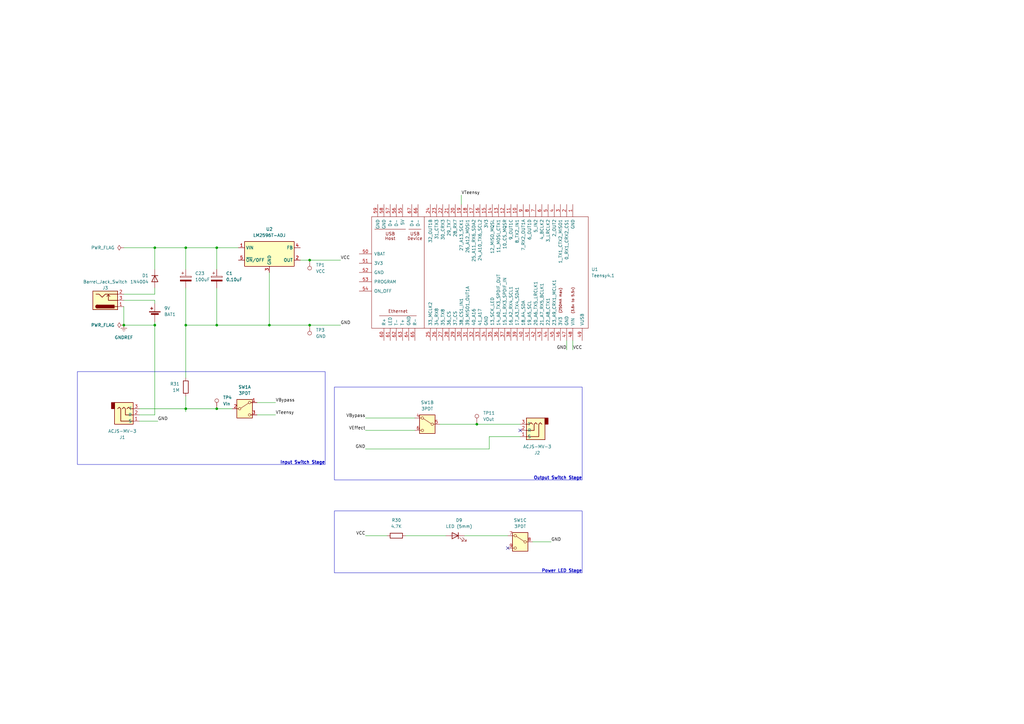
<source format=kicad_sch>
(kicad_sch (version 20230121) (generator eeschema)
  (paper "A3")
  (lib_symbols
    (symbol "Connector:Barrel_Jack_Switch" (pin_names hide)
      (property "Reference" "J" (at 0 5.334 0))
      (property "Value" "Barrel_Jack_Switch" (at 0 -5.08 0))
      (symbol "Barrel_Jack_Switch_0_1"
        (rectangle (start -5.08 3.81) (end 5.08 -3.81) (stroke (width 0.254)) (fill (type background)))
        (arc (start -3.302 3.175) (mid -3.9343 2.54) (end -3.302 1.905) (stroke (width 0.254)))
        (arc (start -3.302 3.175) (mid -3.9343 2.54) (end -3.302 1.905) (stroke (width 0.254)) (fill (type outline)))
        (polyline (pts (xy 1.27 -2.286) (xy 1.905 -1.651)) (stroke (width 0.254)))
        (polyline (pts (xy 5.08 2.54) (xy 3.81 2.54)) (stroke (width 0.254)))
        (polyline (pts (xy 5.08 0) (xy 1.27 0) (xy 1.27 -2.286) (xy 0.635 -1.651)) (stroke (width 0.254)))
        (polyline (pts (xy -3.81 -2.54) (xy -2.54 -2.54) (xy -1.27 -1.27) (xy 0 -2.54) (xy 2.54 -2.54) (xy 5.08 -2.54)) (stroke (width 0.254)))
        (rectangle (start 3.683 3.175) (end -3.302 1.905) (stroke (width 0.254)) (fill (type outline)))
      )
      (symbol "Barrel_Jack_Switch_1_1"
        (pin passive line (at 7.62 2.54 180) (length 2.54) (name "~") (number "1"))
        (pin passive line (at 7.62 -2.54 180) (length 2.54) (name "~") (number "2"))
        (pin passive line (at 7.62 0 180) (length 2.54) (name "~") (number "3"))
      )
    )
    (symbol "Connector:TestPoint" (pin_numbers hide) (pin_names (offset 0.762) hide)
      (property "Reference" "TP" (at 0 6.858 0))
      (property "Value" "TestPoint" (at 0 5.08 0))
      (symbol "TestPoint_0_1"
        (circle (center 0 3.302) (radius 0.762))
      )
      (symbol "TestPoint_1_1"
        (pin passive line (at 0 0 90) (length 2.54) (name "1") (number "1"))
      )
    )
    (symbol "CustomSymbols:AudioJack3"
      (property "Reference" "J4" (at -1.905 8.89 0))
      (property "Value" "ACJS-MV-3" (at -1.905 6.35 0))
      (symbol "AudioJack3_0_1"
        (rectangle (start -5.08 -5.08) (end -6.35 -2.54) (stroke (width 0.254)) (fill (type outline)))
        (polyline (pts (xy 0 -2.54) (xy 0.635 -3.175) (xy 1.27 -2.54) (xy 2.54 -2.54)) (stroke (width 0.254)))
        (polyline (pts (xy -1.905 -2.54) (xy -1.27 -3.175) (xy -0.635 -2.54) (xy -0.635 0) (xy 2.54 0)) (stroke (width 0.254)))
        (polyline (pts (xy 2.54 2.54) (xy -2.54 2.54) (xy -2.54 -2.54) (xy -3.175 -3.175) (xy -3.81 -2.54)) (stroke (width 0.254)))
        (rectangle (start 2.54 3.81) (end -5.08 -5.08) (stroke (width 0.254)) (fill (type background)))
      )
      (symbol "AudioJack3_1_1"
        (pin passive line (at 5.08 2.54 180) (length 2.54) (name "S") (number "1"))
        (pin passive line (at 5.08 0 180) (length 2.54) (name "R") (number "2"))
        (pin passive line (at 5.08 -2.54 180) (length 2.54) (name "T") (number "3"))
      )
    )
    (symbol "CustomSymbols:Switch_3PDT_THT"
      (property "Reference" "SW" (at 0 5.08 0))
      (property "Value" "3PDT" (at 0 -5.08 0))
      (symbol "Switch_3PDT_THT_0_0"
        (circle (center -2.032 0) (radius 0.508))
        (circle (center 2.032 -2.54) (radius 0.508))
      )
      (symbol "Switch_3PDT_THT_0_1"
        (rectangle (start -3.175 3.81) (end 3.175 -3.81) (stroke (width 0.254)) (fill (type background)))
        (polyline (pts (xy -1.524 0.254) (xy 1.5748 2.286)))
        (circle (center 2.032 2.54) (radius 0.508))
      )
      (symbol "Switch_3PDT_THT_1_1"
        (pin passive line (at 5.08 2.54 180) (length 2.54) (name "~") (number "1"))
        (pin passive line (at -5.08 0 0) (length 2.54) (name "~") (number "2"))
        (pin passive line (at 5.08 -2.54 180) (length 2.54) (name "~") (number "3"))
      )
      (symbol "Switch_3PDT_THT_2_0"
        (pin passive line (at 5.08 2.54 180) (length 2.54) (name "~") (number "4"))
        (pin passive line (at -5.08 0 0) (length 2.54) (name "~") (number "5"))
        (pin passive line (at 5.08 -2.54 180) (length 2.54) (name "~") (number "6"))
      )
      (symbol "Switch_3PDT_THT_3_0"
        (pin passive line (at 5.08 2.54 180) (length 2.54) (name "~") (number "7"))
        (pin passive line (at -5.08 0 0) (length 2.54) (name "~") (number "8"))
        (pin passive line (at 5.08 -2.54 180) (length 2.54) (name "~") (number "9"))
      )
    )
    (symbol "Device:Battery_Cell" (pin_numbers hide) (pin_names (offset 0) hide)
      (property "Reference" "BT" (at 2.54 2.54 0))
      (property "Value" "Battery_Cell" (at 2.54 0 0))
      (symbol "Battery_Cell_0_1"
        (rectangle (start -2.286 1.778) (end 2.286 1.524) (fill (type outline)))
        (rectangle (start -1.524 1.016) (end 1.524 0.508) (fill (type outline)))
        (polyline (pts (xy 0 0.762) (xy 0 0)))
        (polyline (pts (xy 0 1.778) (xy 0 2.54)))
        (polyline (pts (xy 0.762 3.048) (xy 1.778 3.048)) (stroke (width 0.254)))
        (polyline (pts (xy 1.27 3.556) (xy 1.27 2.54)) (stroke (width 0.254)))
      )
      (symbol "Battery_Cell_1_1"
        (pin passive line (at 0 5.08 270) (length 2.54) (name "+") (number "1"))
        (pin passive line (at 0 -2.54 90) (length 2.54) (name "-") (number "2"))
      )
    )
    (symbol "Device:C_Polarized" (pin_numbers hide) (pin_names (offset 0.254))
      (property "Reference" "C" (at 0.635 2.54 0))
      (property "Value" "C_Polarized" (at 0.635 -2.54 0))
      (symbol "C_Polarized_0_1"
        (rectangle (start -2.286 0.508) (end 2.286 1.016))
        (polyline (pts (xy -1.778 2.286) (xy -0.762 2.286)))
        (polyline (pts (xy -1.27 2.794) (xy -1.27 1.778)))
        (rectangle (start 2.286 -0.508) (end -2.286 -1.016) (fill (type outline)))
      )
      (symbol "C_Polarized_1_1"
        (pin passive line (at 0 3.81 270) (length 2.794) (name "~") (number "1"))
        (pin passive line (at 0 -3.81 90) (length 2.794) (name "~") (number "2"))
      )
    )
    (symbol "Device:D" (pin_numbers hide) (pin_names (offset 1.016) hide)
      (property "Reference" "D" (at 0 2.54 0))
      (property "Value" "D" (at 0 -2.54 0))
      (symbol "D_0_1"
        (polyline (pts (xy -1.27 1.27) (xy -1.27 -1.27)) (stroke (width 0.254)))
        (polyline (pts (xy 1.27 0) (xy -1.27 0)))
        (polyline (pts (xy 1.27 1.27) (xy 1.27 -1.27) (xy -1.27 0) (xy 1.27 1.27)) (stroke (width 0.254)))
      )
      (symbol "D_1_1"
        (pin passive line (at -3.81 0 0) (length 2.54) (name "K") (number "1"))
        (pin passive line (at 3.81 0 180) (length 2.54) (name "A") (number "2"))
      )
    )
    (symbol "Device:LED" (pin_numbers hide) (pin_names (offset 1.016) hide)
      (property "Reference" "D" (at 0 2.54 0))
      (property "Value" "LED" (at 0 -2.54 0))
      (symbol "LED_0_1"
        (polyline (pts (xy -1.27 -1.27) (xy -1.27 1.27)) (stroke (width 0.254)))
        (polyline (pts (xy -1.27 0) (xy 1.27 0)))
        (polyline (pts (xy 1.27 -1.27) (xy 1.27 1.27) (xy -1.27 0) (xy 1.27 -1.27)) (stroke (width 0.254)))
        (polyline (pts (xy -3.048 -0.762) (xy -4.572 -2.286) (xy -3.81 -2.286) (xy -4.572 -2.286) (xy -4.572 -1.524)))
        (polyline (pts (xy -1.778 -0.762) (xy -3.302 -2.286) (xy -2.54 -2.286) (xy -3.302 -2.286) (xy -3.302 -1.524)))
      )
      (symbol "LED_1_1"
        (pin passive line (at -3.81 0 0) (length 2.54) (name "K") (number "1"))
        (pin passive line (at 3.81 0 180) (length 2.54) (name "A") (number "2"))
      )
    )
    (symbol "Device:R" (pin_numbers hide) (pin_names (offset 0))
      (property "Reference" "R" (at 2.032 0 90))
      (property "Value" "R" (at 0 0 90))
      (symbol "R_0_1"
        (rectangle (start -1.016 -2.54) (end 1.016 2.54) (stroke (width 0.254)))
      )
      (symbol "R_1_1"
        (pin passive line (at 0 3.81 270) (length 1.27) (name "~") (number "1"))
        (pin passive line (at 0 -3.81 90) (length 1.27) (name "~") (number "2"))
      )
    )
    (symbol "Regulator_Switching:LM2596T-ADJ"
      (property "Reference" "U" (at -10.16 6.35 0))
      (property "Value" "LM2596T-ADJ" (at 0 6.35 0))
      (symbol "LM2596T-ADJ_0_1"
        (rectangle (start -10.16 5.08) (end 10.16 -5.08) (stroke (width 0.254)) (fill (type background)))
      )
      (symbol "LM2596T-ADJ_1_1"
        (pin power_in line (at -12.7 2.54 0) (length 2.54) (name "VIN") (number "1"))
        (pin output line (at 12.7 -2.54 180) (length 2.54) (name "OUT") (number "2"))
        (pin power_in line (at 0 -7.62 90) (length 2.54) (name "GND") (number "3"))
        (pin input line (at 12.7 2.54 180) (length 2.54) (name "FB") (number "4"))
        (pin input line (at -12.7 -2.54 0) (length 2.54) (name "~{ON}/OFF") (number "5"))
      )
    )
    (symbol "power:GNDREF" (power) (pin_names (offset 0) hide)
      (property "Value" "GNDREF" (at 0 -3.81 0))
      (symbol "GNDREF_0_1"
        (polyline (pts (xy -0.635 -1.905) (xy 0.635 -1.905)))
        (polyline (pts (xy -0.127 -2.54) (xy 0.127 -2.54)))
        (polyline (pts (xy 0 -1.27) (xy 0 0)))
        (polyline (pts (xy 1.27 -1.27) (xy -1.27 -1.27)))
      )
      (symbol "GNDREF_1_1"
        (pin power_in line (at 0 0 270) (length 0) hide (name "GNDREF") (number "1"))
      )
    )
    (symbol "power:PWR_FLAG" (power) (pin_numbers hide) (pin_names (offset 0) hide)
      (property "Value" "PWR_FLAG" (at 0 3.81 0))
      (symbol "PWR_FLAG_0_0"
        (pin power_out line (at 0 0 90) (length 0) (name "pwr") (number "1"))
      )
      (symbol "PWR_FLAG_0_1"
        (polyline (pts (xy 0 0) (xy 0 1.27) (xy -1.016 1.905) (xy 0 2.54) (xy 1.016 1.905) (xy 0 1.27)))
      )
    )
    (symbol "teensy:Teensy4.1" (pin_names (offset 1.016))
      (property "Reference" "U" (at 0 64.77 0))
      (property "Value" "Teensy4.1" (at 0 62.23 0))
      (symbol "Teensy4.1_0_0"
        (polyline (pts (xy -22.86 -6.35) (xy 22.86 -6.35)))
        (polyline (pts (xy -17.78 -26.67) (xy -17.78 -13.97)))
        (polyline (pts (xy -17.78 -7.62) (xy -17.78 -12.7)))
        (polyline (pts (xy 17.78 -9.525) (xy 17.78 -24.765)))
        (text "(250mA max)" (at 11.43 49.53 0) (effects (font (size 1.016 1.016))))
        (text "(3.6v to 5.5v)" (at 11.43 54.61 0) (effects (font (size 1.016 1.016))))
        (text "Device" (at -13.97 -10.16 900) (effects (font (size 1.27 1.27))))
        (text "Ethernet" (at 15.875 -17.145 900) (effects (font (size 1.27 1.27))))
        (text "Host" (at -13.97 -20.32 900) (effects (font (size 1.27 1.27))))
        (text "USB" (at -15.875 -20.32 900) (effects (font (size 1.27 1.27))))
        (text "USB" (at -15.875 -10.16 900) (effects (font (size 1.27 1.27))))
        (pin bidirectional line (at -27.94 31.75 0) (length 5.08) (name "8_TX2_IN1") (number "10"))
        (pin bidirectional line (at -27.94 29.21 0) (length 5.08) (name "9_OUT1C") (number "11"))
        (pin bidirectional line (at -27.94 26.67 0) (length 5.08) (name "10_CS_MQSR") (number "12"))
        (pin bidirectional line (at -27.94 24.13 0) (length 5.08) (name "11_MOSI_CTX1") (number "13"))
        (pin bidirectional line (at -27.94 21.59 0) (length 5.08) (name "12_MISO_MQSL") (number "14"))
        (pin power_in line (at -27.94 19.05 0) (length 5.08) (name "3V3") (number "15"))
        (pin bidirectional line (at -27.94 16.51 0) (length 5.08) (name "24_A10_TX6_SCL2") (number "16"))
        (pin bidirectional line (at -27.94 13.97 0) (length 5.08) (name "25_A11_RX6_SDA2") (number "17"))
        (pin bidirectional line (at -27.94 11.43 0) (length 5.08) (name "26_A12_MOSI1") (number "18"))
        (pin bidirectional line (at -27.94 8.89 0) (length 5.08) (name "27_A13_SCK1") (number "19"))
        (pin bidirectional line (at -27.94 6.35 0) (length 5.08) (name "28_RX7") (number "20"))
        (pin bidirectional line (at -27.94 3.81 0) (length 5.08) (name "29_TX7") (number "21"))
        (pin bidirectional line (at -27.94 1.27 0) (length 5.08) (name "30_CRX3") (number "22"))
        (pin bidirectional line (at -27.94 -1.27 0) (length 5.08) (name "31_CTX3") (number "23"))
        (pin bidirectional line (at -27.94 -3.81 0) (length 5.08) (name "32_OUT1B") (number "24"))
        (pin bidirectional line (at 27.94 -3.81 180) (length 5.08) (name "33_MCLK2") (number "25"))
        (pin bidirectional line (at 27.94 -1.27 180) (length 5.08) (name "34_RX8") (number "26"))
        (pin bidirectional line (at 27.94 1.27 180) (length 5.08) (name "35_TX8") (number "27"))
        (pin bidirectional line (at 27.94 3.81 180) (length 5.08) (name "36_CS") (number "28"))
        (pin bidirectional line (at 27.94 6.35 180) (length 5.08) (name "37_CS") (number "29"))
        (pin bidirectional line (at 27.94 8.89 180) (length 5.08) (name "38_CS1_IN1") (number "30"))
        (pin bidirectional line (at 27.94 11.43 180) (length 5.08) (name "39_MISO1_OUT1A") (number "31"))
        (pin bidirectional line (at 27.94 13.97 180) (length 5.08) (name "40_A16") (number "32"))
        (pin bidirectional line (at 27.94 16.51 180) (length 5.08) (name "41_A17") (number "33"))
        (pin bidirectional line (at 27.94 21.59 180) (length 5.08) (name "13_SCK_LED") (number "35"))
        (pin bidirectional line (at 27.94 24.13 180) (length 5.08) (name "14_A0_TX3_SPDIF_OUT") (number "36"))
        (pin bidirectional line (at 27.94 26.67 180) (length 5.08) (name "15_A1_RX3_SPDIF_IN") (number "37"))
        (pin bidirectional line (at 27.94 29.21 180) (length 5.08) (name "16_A2_RX4_SCL1") (number "38"))
        (pin bidirectional line (at 27.94 31.75 180) (length 5.08) (name "17_A3_TX4_SDA1") (number "39"))
        (pin bidirectional line (at 27.94 34.29 180) (length 5.08) (name "18_A4_SDA") (number "40"))
        (pin bidirectional line (at 27.94 36.83 180) (length 5.08) (name "19_A5_SCL") (number "41"))
        (pin bidirectional line (at 27.94 39.37 180) (length 5.08) (name "20_A6_TX5_LRCLK1") (number "42"))
        (pin bidirectional line (at 27.94 41.91 180) (length 5.08) (name "21_A7_RX5_BCLK1") (number "43"))
        (pin bidirectional line (at 27.94 44.45 180) (length 5.08) (name "22_A8_CTX1") (number "44"))
        (pin bidirectional line (at 27.94 46.99 180) (length 5.08) (name "23_A9_CRX1_MCLK1") (number "45"))
        (pin output line (at 27.94 49.53 180) (length 5.08) (name "3V3") (number "46"))
        (pin output line (at 27.94 52.07 180) (length 5.08) (name "GND") (number "47"))
        (pin power_in line (at 27.94 54.61 180) (length 5.08) (name "VIN") (number "48"))
        (pin power_out line (at 27.94 58.42 180) (length 5.08) (name "VUSB") (number "49"))
        (pin bidirectional line (at -27.94 44.45 0) (length 5.08) (name "3_LRCLK2") (number "5"))
        (pin power_in line (at -7.62 -33.02 90) (length 5.08) (name "VBAT") (number "50"))
        (pin power_in line (at -3.81 -33.02 90) (length 5.08) (name "3V3") (number "51"))
        (pin input line (at 0 -33.02 90) (length 5.08) (name "GND") (number "52"))
        (pin input line (at 3.81 -33.02 90) (length 5.08) (name "PROGRAM") (number "53"))
        (pin input line (at 7.62 -33.02 90) (length 5.08) (name "ON_OFF") (number "54"))
        (pin power_out line (at -27.94 -15.24 0) (length 5.08) (name "5V") (number "55"))
        (pin bidirectional line (at -27.94 -17.78 0) (length 5.08) (name "D-") (number "56"))
        (pin bidirectional line (at -27.94 -20.32 0) (length 5.08) (name "D+") (number "57"))
        (pin power_in line (at -27.94 -22.86 0) (length 5.08) (name "GND") (number "58"))
        (pin power_in line (at -27.94 -25.4 0) (length 5.08) (name "GND") (number "59"))
        (pin bidirectional line (at -27.94 41.91 0) (length 5.08) (name "4_BCLK2") (number "6"))
        (pin bidirectional line (at 27.94 -22.86 180) (length 5.08) (name "R+") (number "60"))
        (pin bidirectional line (at 27.94 -20.32 180) (length 5.08) (name "LED") (number "61"))
        (pin bidirectional line (at 27.94 -17.78 180) (length 5.08) (name "T-") (number "62"))
        (pin bidirectional line (at 27.94 -15.24 180) (length 5.08) (name "T+") (number "63"))
        (pin power_in line (at 27.94 -12.7 180) (length 5.08) (name "GND") (number "64"))
        (pin bidirectional line (at 27.94 -10.16 180) (length 5.08) (name "R-") (number "65"))
        (pin bidirectional line (at -27.94 -8.89 0) (length 5.08) (name "D-") (number "66"))
        (pin bidirectional line (at -27.94 -11.43 0) (length 5.08) (name "D+") (number "67"))
        (pin bidirectional line (at -27.94 39.37 0) (length 5.08) (name "5_IN2") (number "7"))
        (pin bidirectional line (at -27.94 36.83 0) (length 5.08) (name "6_OUT1D") (number "8"))
        (pin bidirectional line (at -27.94 34.29 0) (length 5.08) (name "7_RX2_OUT1A") (number "9"))
      )
      (symbol "Teensy4.1_0_1"
        (rectangle (start -22.86 60.96) (end 22.86 -27.94))
        (rectangle (start -20.32 -1.27) (end -20.32 -1.27))
      )
      (symbol "Teensy4.1_1_1"
        (pin power_in line (at -27.94 54.61 0) (length 5.08) (name "GND") (number "1"))
        (pin bidirectional line (at -27.94 52.07 0) (length 5.08) (name "0_RX1_CRX2_CS1") (number "2"))
        (pin bidirectional line (at -27.94 49.53 0) (length 5.08) (name "1_TX1_CTX2_MISO1") (number "3"))
        (pin power_in line (at 27.94 19.05 180) (length 5.08) (name "GND") (number "34"))
        (pin bidirectional line (at -27.94 46.99 0) (length 5.08) (name "2_OUT2") (number "4"))
      )
    )
  )
  (junction (at 63.5 133.35))
  (junction (at 88.9 101.6))
  (junction (at 50.8 133.35))
  (junction (at 76.2 167.64))
  (junction (at 127 106.68))
  (junction (at 195.58 173.99))
  (junction (at 127 133.35))
  (junction (at 88.9 167.64))
  (junction (at 88.9 133.35))
  (junction (at 110.49 133.35))
  (junction (at 63.5 101.6))
  (junction (at 76.2 101.6))
  (junction (at 76.2 133.35))
  (no_connect (at 213.36 176.53))
  (no_connect (at 208.28 224.79))
  (wire (pts (xy 110.49 111.76) (xy 110.49 133.35)))
  (wire (pts (xy 88.9 167.64) (xy 95.25 167.64)))
  (wire (pts (xy 57.15 170.18) (xy 63.5 170.18)))
  (wire (pts (xy 63.5 101.6) (xy 76.2 101.6)))
  (wire (pts (xy 127 106.68) (xy 139.7 106.68)))
  (wire (pts (xy 105.41 170.18) (xy 113.03 170.18)))
  (wire (pts (xy 200.66 179.07) (xy 213.36 179.07)))
  (wire (pts (xy 63.5 120.65) (xy 63.5 118.11)))
  (wire (pts (xy 234.95 139.7) (xy 234.95 143.51)))
  (wire (pts (xy 149.86 171.45) (xy 170.18 171.45)))
  (wire (pts (xy 76.2 133.35) (xy 76.2 154.94)))
  (wire (pts (xy 123.19 106.68) (xy 127 106.68)))
  (wire (pts (xy 76.2 101.6) (xy 76.2 110.49)))
  (wire (pts (xy 113.03 165.1) (xy 105.41 165.1)))
  (wire (pts (xy 63.5 132.08) (xy 63.5 133.35)))
  (wire (pts (xy 88.9 101.6) (xy 88.9 110.49)))
  (wire (pts (xy 63.5 123.19) (xy 63.5 124.46)))
  (wire (pts (xy 76.2 168.91) (xy 76.2 167.64)))
  (wire (pts (xy 76.2 118.11) (xy 76.2 133.35)))
  (wire (pts (xy 149.86 184.15) (xy 200.66 184.15)))
  (wire (pts (xy 63.5 133.35) (xy 63.5 170.18)))
  (wire (pts (xy 76.2 133.35) (xy 88.9 133.35)))
  (wire (pts (xy 226.06 222.25) (xy 218.44 222.25)))
  (wire (pts (xy 189.23 80.01) (xy 189.23 83.82)))
  (wire (pts (xy 50.8 133.35) (xy 63.5 133.35)))
  (wire (pts (xy 57.15 167.64) (xy 76.2 167.64)))
  (wire (pts (xy 88.9 101.6) (xy 97.79 101.6)))
  (wire (pts (xy 50.8 120.65) (xy 63.5 120.65)))
  (wire (pts (xy 149.86 219.71) (xy 158.75 219.71)))
  (wire (pts (xy 76.2 167.64) (xy 88.9 167.64)))
  (wire (pts (xy 200.66 184.15) (xy 200.66 179.07)))
  (wire (pts (xy 190.5 219.71) (xy 208.28 219.71)))
  (wire (pts (xy 76.2 101.6) (xy 88.9 101.6)))
  (wire (pts (xy 110.49 133.35) (xy 127 133.35)))
  (wire (pts (xy 63.5 110.49) (xy 63.5 101.6)))
  (wire (pts (xy 57.15 172.72) (xy 64.77 172.72)))
  (wire (pts (xy 76.2 162.56) (xy 76.2 167.64)))
  (wire (pts (xy 50.8 123.19) (xy 63.5 123.19)))
  (wire (pts (xy 127 133.35) (xy 139.7 133.35)))
  (wire (pts (xy 88.9 118.11) (xy 88.9 133.35)))
  (wire (pts (xy 195.58 173.99) (xy 213.36 173.99)))
  (wire (pts (xy 166.37 219.71) (xy 182.88 219.71)))
  (wire (pts (xy 149.86 176.53) (xy 170.18 176.53)))
  (wire (pts (xy 180.34 173.99) (xy 195.58 173.99)))
  (wire (pts (xy 50.8 125.73) (xy 50.8 133.35)))
  (wire (pts (xy 50.8 101.6) (xy 63.5 101.6)))
  (wire (pts (xy 232.41 139.7) (xy 232.41 143.51)))
  (wire (pts (xy 88.9 133.35) (xy 110.49 133.35)))
  (rectangle (start 137.16 158.75) (end 238.76 196.85))
  (rectangle (start 137.16 209.55) (end 238.76 234.95))
  (rectangle (start 31.75 152.4) (end 133.35 190.5))
  (text "Output Switch Stage" (at 238.76 196.85 0) (effects (font (size 1.27 1.27) (thickness 0.254) bold) (justify right bottom)))
  (text "Power LED Stage" (at 238.76 234.95 0) (effects (font (size 1.27 1.27) bold) (justify right bottom)))
  (text "Input Switch Stage" (at 133.35 190.5 0) (effects (font (size 1.27 1.27) (thickness 0.254) bold) (justify right bottom)))
  (label "VBypass" (at 149.86 171.45 180))
  (label "VBypass" (at 113.03 165.1 0))
  (label "GND" (at 139.7 133.35 0))
  (label "VTeensy" (at 113.03 170.18 0))
  (label "GND" (at 226.06 222.25 0))
  (label "VEffect" (at 149.86 176.53 180))
  (label "VCC" (at 139.7 106.68 0))
  (label "GND" (at 64.77 172.72 0))
  (label "VTeensy" (at 189.23 80.01 0))
  (label "VCC" (at 149.86 219.71 180))
  (label "GND" (at 149.86 184.15 180))
  (label "VCC" (at 234.95 143.51 0))
  (label "GND" (at 232.41 143.51 180))
  (symbol (lib_id "CustomSymbols:AudioJack3") (at 218.44 176.53 180) (unit 1)
    (property "Reference" "J2" (at 220.345 185.7279 0))
    (property "Value" "ACJS-MV-3" (at 220.345 183.1879 0))
    (property "Footprint" "Connector_JST:JST_PH_S3B-PH-K_1x03_P2.00mm_Horizontal" (effects hide))
    (property "Datasheet" "https://www.amphenol-sine.com/pdf/datasheet/ACJS-MV-3.pdf" (effects hide))
  )
  (symbol (lib_id "Connector:TestPoint") (at 127 133.35 180) (unit 1)
    (property "Reference" "TP3" (at 129.54 135.382 0) (effects (justify right)))
    (property "Value" "GND" (at 129.54 137.922 0) (effects (justify right)))
    (property "Footprint" "TestPoint:TestPoint_THTPad_1.5x1.5mm_Drill0.7mm" (effects hide))
  )
  (symbol (lib_id "CustomSymbols:Switch_3PDT_THT") (at 213.36 222.25 0) (mirror y) (unit 3)
    (property "Reference" "SW1" (at 213.36 213.36 0))
    (property "Value" "3PDT" (at 213.36 215.9 0))
    (property "Footprint" "Connector_JST:JST_PH_B9B-PH-K_1x09_P2.00mm_Vertical" (effects hide))
    (property "Datasheet" "https://www.e-switch.com/wp-content/uploads/2022/06/FS5700.pdf" (effects hide))
  )
  (symbol (lib_id "power:PWR_FLAG") (at 50.8 133.35 90) (unit 1)
    (property "Reference" "#FLG03" (effects hide))
    (property "Value" "PWR_FLAG" (at 46.99 133.35 90) (effects (justify left)))
  )
  (symbol (lib_id "Device:C_Polarized") (at 76.2 114.3 0) (unit 1)
    (property "Reference" "C23" (at 80.01 112.141 0) (effects (justify left)))
    (property "Value" "100uF" (at 80.01 114.681 0) (effects (justify left)))
    (property "Footprint" "Capacitor_THT:C_Radial_D5.0mm_H11.0mm_P2.00mm" (effects hide))
    (property "Datasheet" "https://industrial.panasonic.com/cdbs/www-data/pdf/RDF0000/ABA0000C1215.pdf" (effects hide))
  )
  (symbol (lib_id "power:PWR_FLAG") (at 50.8 101.6 90) (unit 1)
    (property "Reference" "#FLG01" (effects hide))
    (property "Value" "PWR_FLAG" (at 46.99 101.6 90) (effects (justify left)))
  )
  (symbol (lib_id "Device:Battery_Cell") (at 63.5 129.54 0) (mirror y) (unit 1) (on_board no)
    (property "Reference" "BAT1" (at 67.31 128.9685 0) (effects (justify right)))
    (property "Value" "9V" (at 67.31 126.4285 0) (effects (justify right)))
    (property "Footprint" "Connector_JST:JST_PH_B2B-PH-K_1x02_P2.00mm_Vertical" (effects hide))
    (property "Datasheet" "https://www.keyelco.com/userAssets/file/M65p30.pdf" (effects hide))
  )
  (symbol (lib_id "Connector:TestPoint") (at 195.58 173.99 0) (unit 1)
    (property "Reference" "TP11" (at 198.12 169.418 0) (effects (justify left)))
    (property "Value" "VOut" (at 198.12 171.958 0) (effects (justify left)))
    (property "Footprint" "TestPoint:TestPoint_THTPad_1.5x1.5mm_Drill0.7mm" (effects hide))
  )
  (symbol (lib_id "Device:R") (at 76.2 158.75 0) (mirror x) (unit 1)
    (property "Reference" "R31" (at 73.66 157.48 0) (effects (justify right)))
    (property "Value" "1M" (at 73.66 160.02 0) (effects (justify right)))
    (property "Footprint" "Resistor_THT:R_Axial_DIN0207_L6.3mm_D2.5mm_P7.62mm_Horizontal" (effects hide))
    (property "Datasheet" "https://www.yageo.com/upload/media/product/app/datasheet/lr/yageo-mfr_datasheet.pdf" (effects hide))
  )
  (symbol (lib_id "Device:C_Polarized") (at 88.9 114.3 0) (unit 1)
    (property "Reference" "C1" (at 92.71 112.141 0) (effects (justify left)))
    (property "Value" "0.10uF" (at 92.71 114.681 0) (effects (justify left)))
    (property "Footprint" "Capacitor_THT:C_Radial_D5.0mm_H11.0mm_P2.00mm" (effects hide))
    (property "Datasheet" "https://industrial.panasonic.com/cdbs/www-data/pdf/RDF0000/ABA0000C1215.pdf" (effects hide))
  )
  (symbol (lib_id "Device:R") (at 162.56 219.71 90) (unit 1)
    (property "Reference" "R30" (at 162.56 213.36 90))
    (property "Value" "4.7K" (at 162.56 215.9 90))
    (property "Footprint" "Resistor_THT:R_Axial_DIN0207_L6.3mm_D2.5mm_P7.62mm_Horizontal" (effects hide))
    (property "Datasheet" "https://www.yageo.com/upload/media/product/app/datasheet/lr/yageo-mfr_datasheet.pdf" (effects hide))
  )
  (symbol (lib_id "CustomSymbols:Switch_3PDT_THT") (at 100.33 167.64 0) (unit 1)
    (property "Reference" "SW1" (at 100.33 158.75 0))
    (property "Value" "3PDT" (at 100.33 161.29 0))
    (property "Footprint" "Connector_JST:JST_PH_B9B-PH-K_1x09_P2.00mm_Vertical" (effects hide))
    (property "Datasheet" "https://www.e-switch.com/wp-content/uploads/2022/06/FS5700.pdf" (effects hide))
  )
  (symbol (lib_id "Connector:Barrel_Jack_Switch") (at 43.18 123.19 0) (mirror x) (unit 1)
    (property "Reference" "J3" (at 43.18 118.11 0))
    (property "Value" "Barrel_Jack_Switch" (at 43.18 115.57 0))
    (property "Footprint" "Connector_JST:JST_PH_S3B-PH-K_1x03_P2.00mm_Horizontal" (effects hide))
    (property "Datasheet" "https://www.sameskydevices.com/product/resource/pj-011a.pdf" (effects hide))
  )
  (symbol (lib_id "Regulator_Switching:LM2596T-ADJ") (at 110.49 104.14 0) (unit 1)
    (property "Reference" "U2" (at 110.49 93.98 0))
    (property "Value" "LM2596T-ADJ" (at 110.49 96.52 0))
    (property "Footprint" "Package_TO_SOT_THT:TO-220-5_P3.4x3.7mm_StaggerOdd_Lead3.8mm_Vertical" (effects hide))
    (property "Datasheet" "http://www.ti.com/lit/ds/symlink/lm2596.pdf" (effects hide))
  )
  (symbol (lib_id "power:GNDREF") (at 50.8 133.35 0) (mirror y) (unit 1)
    (property "Reference" "#PWR01" (effects hide))
    (property "Value" "GNDREF" (at 50.8 138.43 0))
  )
  (symbol (lib_id "CustomSymbols:AudioJack3") (at 52.07 170.18 0) (mirror x) (unit 1)
    (property "Reference" "J1" (at 50.165 179.3779 0))
    (property "Value" "ACJS-MV-3" (at 50.165 176.8379 0))
    (property "Footprint" "Connector_JST:JST_PH_S3B-PH-K_1x03_P2.00mm_Horizontal" (effects hide))
    (property "Datasheet" "https://www.amphenol-sine.com/pdf/datasheet/ACJS-MV-3.pdf" (effects hide))
  )
  (symbol (lib_id "CustomSymbols:Switch_3PDT_THT") (at 175.26 173.99 0) (mirror y) (unit 2)
    (property "Reference" "SW1" (at 175.26 165.1 0))
    (property "Value" "3PDT" (at 175.26 167.64 0))
    (property "Footprint" "Connector_JST:JST_PH_B9B-PH-K_1x09_P2.00mm_Vertical" (effects hide))
    (property "Datasheet" "https://www.e-switch.com/wp-content/uploads/2022/06/FS5700.pdf" (effects hide))
  )
  (symbol (lib_id "teensy:Teensy4.1") (at 180.34 111.76 270) (unit 1)
    (property "Reference" "U1" (at 242.57 110.49 90) (effects (justify left)))
    (property "Value" "Teensy4.1" (at 242.57 113.03 90) (effects (justify left)))
  )
  (symbol (lib_id "Device:D") (at 63.5 114.3 90) (mirror x) (unit 1)
    (property "Reference" "D1" (at 60.96 113.03 90) (effects (justify left)))
    (property "Value" "1N4004" (at 60.96 115.57 90) (effects (justify left)))
    (property "Footprint" "Diode_THT:D_DO-41_SOD81_P7.62mm_Horizontal" (effects hide))
    (property "Datasheet" "https://diotec.com/request/datasheet/1n4001.pdf" (effects hide))
    (property "Sim.Device" "D" (effects hide))
    (property "Sim.Pins" "1=K 2=A" (effects hide))
  )
  (symbol (lib_id "Device:LED") (at 186.69 219.71 0) (mirror y) (unit 1)
    (property "Reference" "D9" (at 188.2775 213.36 0))
    (property "Value" "LED (5mm)" (at 188.2775 215.9 0))
    (property "Footprint" "Connector_JST:JST_PH_S2B-PH-K_1x02_P2.00mm_Horizontal" (effects hide))
    (property "Datasheet" "https://www.we-online.com/components/products/datasheet/151051RS11000.pdf" (effects hide))
  )
  (symbol (lib_id "Connector:TestPoint") (at 88.9 167.64 0) (unit 1)
    (property "Reference" "TP4" (at 91.44 163.068 0) (effects (justify left)))
    (property "Value" "VIn" (at 91.44 165.608 0) (effects (justify left)))
    (property "Footprint" "TestPoint:TestPoint_THTPad_1.5x1.5mm_Drill0.7mm" (effects hide))
  )
  (symbol (lib_id "Connector:TestPoint") (at 127 106.68 180) (unit 1)
    (property "Reference" "TP1" (at 129.54 108.712 0) (effects (justify right)))
    (property "Value" "VCC" (at 129.54 111.252 0) (effects (justify right)))
    (property "Footprint" "TestPoint:TestPoint_THTPad_1.5x1.5mm_Drill0.7mm" (effects hide))
  )
)
</source>
